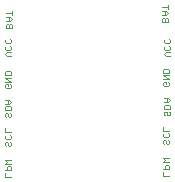
<source format=gbo>
G75*
%MOIN*%
%OFA0B0*%
%FSLAX24Y24*%
%IPPOS*%
%LPD*%
%AMOC8*
5,1,8,0,0,1.08239X$1,22.5*
%
%ADD10C,0.0040*%
D10*
X002004Y000683D02*
X002004Y000817D01*
X002004Y000904D02*
X002204Y000904D01*
X002204Y001004D01*
X002171Y001038D01*
X002104Y001038D01*
X002071Y001004D01*
X002071Y000904D01*
X002004Y001125D02*
X002071Y001192D01*
X002004Y001259D01*
X002204Y001259D01*
X002204Y001125D02*
X002004Y001125D01*
X002004Y000683D02*
X002204Y000683D01*
X002163Y001731D02*
X002130Y001731D01*
X002096Y001764D01*
X002096Y001831D01*
X002063Y001864D01*
X002030Y001864D01*
X001996Y001831D01*
X001996Y001764D01*
X002030Y001731D01*
X002163Y001731D02*
X002197Y001764D01*
X002197Y001831D01*
X002163Y001864D01*
X002163Y001952D02*
X002030Y001952D01*
X001996Y001985D01*
X001996Y002052D01*
X002030Y002085D01*
X001996Y002173D02*
X001996Y002306D01*
X001996Y002173D02*
X002197Y002173D01*
X002163Y002085D02*
X002197Y002052D01*
X002197Y001985D01*
X002163Y001952D01*
X002171Y002691D02*
X002138Y002691D01*
X002104Y002725D01*
X002104Y002791D01*
X002071Y002825D01*
X002038Y002825D01*
X002004Y002791D01*
X002004Y002725D01*
X002038Y002691D01*
X002171Y002691D02*
X002204Y002725D01*
X002204Y002791D01*
X002171Y002825D01*
X002204Y002912D02*
X002204Y003012D01*
X002171Y003046D01*
X002038Y003046D01*
X002004Y003012D01*
X002004Y002912D01*
X002204Y002912D01*
X002138Y003133D02*
X002004Y003133D01*
X002104Y003133D02*
X002104Y003267D01*
X002138Y003267D02*
X002004Y003267D01*
X002138Y003267D02*
X002204Y003200D01*
X002138Y003133D01*
X002171Y003636D02*
X002038Y003636D01*
X002004Y003670D01*
X002004Y003736D01*
X002038Y003770D01*
X002104Y003770D01*
X002104Y003703D01*
X002171Y003770D02*
X002204Y003736D01*
X002204Y003670D01*
X002171Y003636D01*
X002204Y003857D02*
X002004Y003857D01*
X002004Y003991D02*
X002204Y003991D01*
X002204Y004078D02*
X002204Y004178D01*
X002171Y004212D01*
X002038Y004212D01*
X002004Y004178D01*
X002004Y004078D01*
X002204Y004078D01*
X002004Y003991D02*
X002204Y003857D01*
X002201Y004705D02*
X002067Y004705D01*
X002000Y004772D01*
X002067Y004839D01*
X002201Y004839D01*
X002167Y004926D02*
X002034Y004926D01*
X002000Y004960D01*
X002000Y005027D01*
X002034Y005060D01*
X002034Y005147D02*
X002000Y005181D01*
X002000Y005248D01*
X002034Y005281D01*
X002034Y005147D02*
X002167Y005147D01*
X002201Y005181D01*
X002201Y005248D01*
X002167Y005281D01*
X002167Y005060D02*
X002201Y005027D01*
X002201Y004960D01*
X002167Y004926D01*
X002124Y005652D02*
X002124Y005752D01*
X002091Y005786D01*
X002057Y005786D01*
X002024Y005752D01*
X002024Y005652D01*
X002224Y005652D01*
X002224Y005752D01*
X002191Y005786D01*
X002158Y005786D01*
X002124Y005752D01*
X002124Y005873D02*
X002124Y006007D01*
X002158Y006007D02*
X002224Y005940D01*
X002158Y005873D01*
X002024Y005873D01*
X002024Y006007D02*
X002158Y006007D01*
X002224Y006094D02*
X002224Y006228D01*
X002224Y006161D02*
X002024Y006161D01*
X007240Y006207D02*
X007374Y006207D01*
X007441Y006140D01*
X007374Y006074D01*
X007240Y006074D01*
X007274Y005986D02*
X007240Y005953D01*
X007240Y005853D01*
X007441Y005853D01*
X007441Y005953D01*
X007407Y005986D01*
X007374Y005986D01*
X007341Y005953D01*
X007341Y005853D01*
X007341Y005953D02*
X007307Y005986D01*
X007274Y005986D01*
X007341Y006074D02*
X007341Y006207D01*
X007441Y006295D02*
X007441Y006428D01*
X007441Y006361D02*
X007240Y006361D01*
X007337Y005278D02*
X007303Y005245D01*
X007303Y005178D01*
X007337Y005145D01*
X007470Y005145D01*
X007504Y005178D01*
X007504Y005245D01*
X007470Y005278D01*
X007470Y005058D02*
X007504Y005024D01*
X007504Y004957D01*
X007470Y004924D01*
X007337Y004924D01*
X007303Y004957D01*
X007303Y005024D01*
X007337Y005058D01*
X007370Y004837D02*
X007504Y004837D01*
X007370Y004837D02*
X007303Y004770D01*
X007370Y004703D01*
X007504Y004703D01*
X007431Y004294D02*
X007297Y004294D01*
X007264Y004261D01*
X007264Y004161D01*
X007464Y004161D01*
X007464Y004261D01*
X007431Y004294D01*
X007464Y004073D02*
X007264Y004073D01*
X007464Y003940D01*
X007264Y003940D01*
X007297Y003852D02*
X007364Y003852D01*
X007364Y003786D01*
X007297Y003852D02*
X007264Y003819D01*
X007264Y003752D01*
X007297Y003719D01*
X007431Y003719D01*
X007464Y003752D01*
X007464Y003819D01*
X007431Y003852D01*
X007437Y003310D02*
X007303Y003310D01*
X007404Y003310D02*
X007404Y003177D01*
X007437Y003177D02*
X007504Y003243D01*
X007437Y003310D01*
X007437Y003177D02*
X007303Y003177D01*
X007337Y003089D02*
X007470Y003089D01*
X007504Y003056D01*
X007504Y002956D01*
X007303Y002956D01*
X007303Y003056D01*
X007337Y003089D01*
X007337Y002868D02*
X007303Y002835D01*
X007303Y002768D01*
X007337Y002735D01*
X007404Y002768D02*
X007404Y002835D01*
X007370Y002868D01*
X007337Y002868D01*
X007404Y002768D02*
X007437Y002735D01*
X007470Y002735D01*
X007504Y002768D01*
X007504Y002835D01*
X007470Y002868D01*
X007264Y002365D02*
X007264Y002232D01*
X007464Y002232D01*
X007431Y002144D02*
X007464Y002111D01*
X007464Y002044D01*
X007431Y002011D01*
X007297Y002011D01*
X007264Y002044D01*
X007264Y002111D01*
X007297Y002144D01*
X007297Y001923D02*
X007264Y001890D01*
X007264Y001823D01*
X007297Y001790D01*
X007364Y001823D02*
X007364Y001890D01*
X007331Y001923D01*
X007297Y001923D01*
X007431Y001923D02*
X007464Y001890D01*
X007464Y001823D01*
X007431Y001790D01*
X007398Y001790D01*
X007364Y001823D01*
X007264Y001302D02*
X007464Y001302D01*
X007464Y001169D02*
X007264Y001169D01*
X007331Y001235D01*
X007264Y001302D01*
X007364Y001081D02*
X007331Y001048D01*
X007331Y000948D01*
X007264Y000948D02*
X007464Y000948D01*
X007464Y001048D01*
X007431Y001081D01*
X007364Y001081D01*
X007264Y000860D02*
X007264Y000727D01*
X007464Y000727D01*
M02*

</source>
